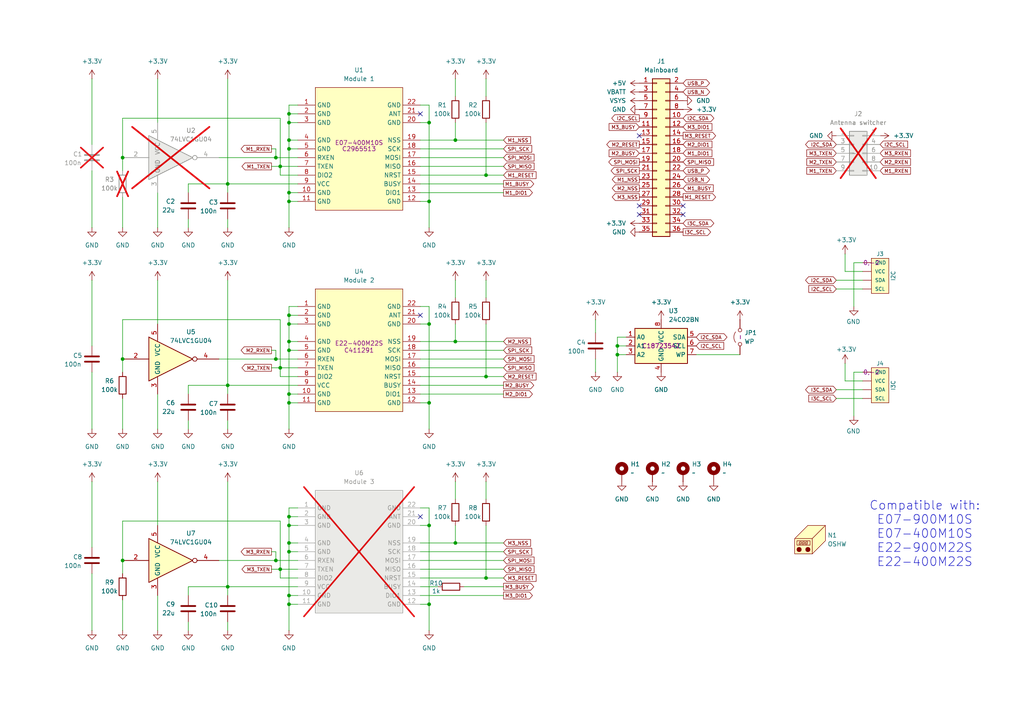
<source format=kicad_sch>
(kicad_sch (version 20250114) (generator "eeschema") (generator_version "9.0")
  (paper "A4")
  (title_block (title "Tanmatsu add-on: three EBYTE radio modules") (date "2025-05-16") (rev "0.1") (company "Nicolai Electronics"))
  (text "Compatible with:\nE07-900M10S\nE07-400M10S\nE22-900M22S\nE22-400M22S" (at 268.224 154.94 0) (effects (font (size 2.54 2.54))))
  (junction (at 124.46 93.98))
  (junction (at 83.82 114.3))
  (junction (at 83.82 58.42))
  (junction (at 81.28 106.68))
  (junction (at 83.82 160.02))
  (junction (at 83.82 35.56))
  (junction (at 140.97 167.64))
  (junction (at 83.82 172.72))
  (junction (at 83.82 55.88))
  (junction (at 83.82 116.84))
  (junction (at 80.01 104.14))
  (junction (at 140.97 109.22))
  (junction (at 83.82 93.98))
  (junction (at 66.04 53.34))
  (junction (at 83.82 101.6))
  (junction (at 132.08 99.06))
  (junction (at 81.28 165.1))
  (junction (at 35.56 162.56))
  (junction (at 83.82 91.44))
  (junction (at 83.82 149.86))
  (junction (at 83.82 40.64))
  (junction (at 66.04 111.76))
  (junction (at 66.04 170.18))
  (junction (at 83.82 152.4))
  (junction (at 80.01 45.72))
  (junction (at 132.08 157.48))
  (junction (at 80.01 162.56))
  (junction (at 83.82 99.06))
  (junction (at 124.46 58.42))
  (junction (at 132.08 40.64))
  (junction (at 124.46 35.56))
  (junction (at 83.82 175.26))
  (junction (at 83.82 43.18))
  (junction (at 124.46 175.26))
  (junction (at 179.07 100.33))
  (junction (at 124.46 116.84))
  (junction (at 124.46 152.4))
  (junction (at 35.56 104.14))
  (junction (at 140.97 50.8))
  (junction (at 83.82 157.48))
  (junction (at 35.56 45.72))
  (junction (at 179.07 102.87))
  (junction (at 83.82 33.02))
  (junction (at 81.28 48.26))
  (no_connect (at 121.92 91.44))
  (no_connect (at 185.42 59.69))
  (no_connect (at 121.92 149.86))
  (no_connect (at 198.12 62.23))
  (no_connect (at 185.42 62.23))
  (no_connect (at 185.42 39.37))
  (no_connect (at 121.92 33.02))
  (no_connect (at 198.12 59.69))
  (wire (pts (xy 66.04 81.28) (xy 66.04 111.76)))
  (wire (pts (xy 132.08 40.64) (xy 146.05 40.64)))
  (wire (pts (xy 121.92 35.56) (xy 124.46 35.56)))
  (wire (pts (xy 121.92 111.76) (xy 146.05 111.76)))
  (wire (pts (xy 66.04 66.04) (xy 66.04 63.5)))
  (wire (pts (xy 66.04 114.3) (xy 66.04 111.76)))
  (wire (pts (xy 247.65 107.95) (xy 247.65 120.65)))
  (wire (pts (xy 80.01 45.72) (xy 86.36 45.72)))
  (wire (pts (xy 83.82 172.72) (xy 86.36 172.72)))
  (wire (pts (xy 35.56 162.56) (xy 35.56 166.37)))
  (wire (pts (xy 245.11 73.66) (xy 245.11 78.74)))
  (wire (pts (xy 66.04 53.34) (xy 86.36 53.34)))
  (wire (pts (xy 179.07 100.33) (xy 179.07 97.79)))
  (wire (pts (xy 121.92 58.42) (xy 124.46 58.42)))
  (wire (pts (xy 121.92 99.06) (xy 132.08 99.06)))
  (wire (pts (xy 172.72 107.95) (xy 172.72 104.14)))
  (wire (pts (xy 83.82 58.42) (xy 83.82 66.04)))
  (wire (pts (xy 81.28 165.1) (xy 81.28 151.13)))
  (wire (pts (xy 83.82 35.56) (xy 83.82 40.64)))
  (wire (pts (xy 124.46 93.98) (xy 124.46 116.84)))
  (wire (pts (xy 83.82 149.86) (xy 86.36 149.86)))
  (wire (pts (xy 45.72 22.86) (xy 45.72 35.56)))
  (wire (pts (xy 132.08 157.48) (xy 146.05 157.48)))
  (wire (pts (xy 83.82 147.32) (xy 83.82 149.86)))
  (wire (pts (xy 146.05 170.18) (xy 134.62 170.18)))
  (wire (pts (xy 242.57 115.57) (xy 250.19 115.57)))
  (wire (pts (xy 83.82 43.18) (xy 86.36 43.18)))
  (wire (pts (xy 83.82 157.48) (xy 86.36 157.48)))
  (wire (pts (xy 78.74 160.02) (xy 80.01 160.02)))
  (wire (pts (xy 83.82 88.9) (xy 86.36 88.9)))
  (wire (pts (xy 26.67 81.28) (xy 26.67 100.33)))
  (wire (pts (xy 26.67 166.37) (xy 26.67 182.88)))
  (wire (pts (xy 179.07 102.87) (xy 179.07 100.33)))
  (wire (pts (xy 83.82 147.32) (xy 86.36 147.32)))
  (wire (pts (xy 121.92 160.02) (xy 146.05 160.02)))
  (wire (pts (xy 121.92 157.48) (xy 132.08 157.48)))
  (wire (pts (xy 121.92 88.9) (xy 124.46 88.9)))
  (wire (pts (xy 121.92 147.32) (xy 124.46 147.32)))
  (wire (pts (xy 81.28 106.68) (xy 81.28 92.71)))
  (wire (pts (xy 242.57 83.82) (xy 250.19 83.82)))
  (wire (pts (xy 83.82 99.06) (xy 83.82 101.6)))
  (wire (pts (xy 124.46 35.56) (xy 124.46 58.42)))
  (wire (pts (xy 26.67 107.95) (xy 26.67 124.46)))
  (wire (pts (xy 83.82 91.44) (xy 83.82 93.98)))
  (wire (pts (xy 66.04 170.18) (xy 86.36 170.18)))
  (wire (pts (xy 124.46 152.4) (xy 124.46 175.26)))
  (wire (pts (xy 81.28 167.64) (xy 86.36 167.64)))
  (wire (pts (xy 54.61 111.76) (xy 54.61 114.3)))
  (wire (pts (xy 81.28 48.26) (xy 81.28 50.8)))
  (wire (pts (xy 121.92 53.34) (xy 146.05 53.34)))
  (wire (pts (xy 250.19 76.2) (xy 247.65 76.2)))
  (wire (pts (xy 83.82 55.88) (xy 86.36 55.88)))
  (wire (pts (xy 250.19 107.95) (xy 247.65 107.95)))
  (wire (pts (xy 66.04 182.88) (xy 66.04 180.34)))
  (wire (pts (xy 35.56 104.14) (xy 35.56 107.95)))
  (wire (pts (xy 81.28 50.8) (xy 86.36 50.8)))
  (wire (pts (xy 81.28 109.22) (xy 86.36 109.22)))
  (wire (pts (xy 201.93 102.87) (xy 214.63 102.87)))
  (wire (pts (xy 121.92 93.98) (xy 124.46 93.98)))
  (wire (pts (xy 63.5 162.56) (xy 80.01 162.56)))
  (wire (pts (xy 78.74 101.6) (xy 80.01 101.6)))
  (wire (pts (xy 179.07 100.33) (xy 181.61 100.33)))
  (wire (pts (xy 124.46 58.42) (xy 124.46 66.04)))
  (wire (pts (xy 81.28 165.1) (xy 81.28 167.64)))
  (wire (pts (xy 124.46 30.48) (xy 124.46 35.56)))
  (wire (pts (xy 132.08 22.86) (xy 132.08 27.94)))
  (wire (pts (xy 81.28 106.68) (xy 86.36 106.68)))
  (wire (pts (xy 121.92 165.1) (xy 146.05 165.1)))
  (wire (pts (xy 78.74 48.26) (xy 81.28 48.26)))
  (wire (pts (xy 121.92 50.8) (xy 140.97 50.8)))
  (wire (pts (xy 132.08 139.7) (xy 132.08 144.78)))
  (wire (pts (xy 140.97 35.56) (xy 140.97 50.8)))
  (wire (pts (xy 132.08 81.28) (xy 132.08 86.36)))
  (wire (pts (xy 63.5 104.14) (xy 80.01 104.14)))
  (wire (pts (xy 81.28 106.68) (xy 81.28 109.22)))
  (wire (pts (xy 35.56 92.71) (xy 81.28 92.71)))
  (wire (pts (xy 66.04 22.86) (xy 66.04 53.34)))
  (wire (pts (xy 83.82 160.02) (xy 86.36 160.02)))
  (wire (pts (xy 80.01 101.6) (xy 80.01 104.14)))
  (wire (pts (xy 83.82 160.02) (xy 83.82 172.72)))
  (wire (pts (xy 140.97 139.7) (xy 140.97 144.78)))
  (wire (pts (xy 83.82 40.64) (xy 86.36 40.64)))
  (wire (pts (xy 140.97 22.86) (xy 140.97 27.94)))
  (wire (pts (xy 35.56 45.72) (xy 35.56 49.53)))
  (wire (pts (xy 124.46 175.26) (xy 124.46 182.88)))
  (wire (pts (xy 54.61 111.76) (xy 66.04 111.76)))
  (wire (pts (xy 83.82 114.3) (xy 86.36 114.3)))
  (wire (pts (xy 78.74 43.18) (xy 80.01 43.18)))
  (wire (pts (xy 83.82 116.84) (xy 83.82 124.46)))
  (wire (pts (xy 80.01 104.14) (xy 86.36 104.14)))
  (wire (pts (xy 83.82 35.56) (xy 86.36 35.56)))
  (wire (pts (xy 140.97 81.28) (xy 140.97 86.36)))
  (wire (pts (xy 54.61 170.18) (xy 66.04 170.18)))
  (wire (pts (xy 66.04 172.72) (xy 66.04 170.18)))
  (wire (pts (xy 54.61 53.34) (xy 54.61 55.88)))
  (wire (pts (xy 35.56 115.57) (xy 35.56 124.46)))
  (wire (pts (xy 121.92 45.72) (xy 146.05 45.72)))
  (wire (pts (xy 54.61 180.34) (xy 54.61 182.88)))
  (wire (pts (xy 26.67 49.53) (xy 26.67 66.04)))
  (wire (pts (xy 66.04 124.46) (xy 66.04 121.92)))
  (wire (pts (xy 83.82 40.64) (xy 83.82 43.18)))
  (wire (pts (xy 80.01 43.18) (xy 80.01 45.72)))
  (wire (pts (xy 83.82 175.26) (xy 83.82 182.88)))
  (wire (pts (xy 83.82 93.98) (xy 83.82 99.06)))
  (wire (pts (xy 121.92 101.6) (xy 146.05 101.6)))
  (wire (pts (xy 45.72 124.46) (xy 45.72 114.3)))
  (wire (pts (xy 140.97 93.98) (xy 140.97 109.22)))
  (wire (pts (xy 80.01 162.56) (xy 86.36 162.56)))
  (wire (pts (xy 132.08 35.56) (xy 132.08 40.64)))
  (wire (pts (xy 121.92 162.56) (xy 146.05 162.56)))
  (wire (pts (xy 247.65 76.2) (xy 247.65 88.9)))
  (wire (pts (xy 26.67 22.86) (xy 26.67 41.91)))
  (wire (pts (xy 81.28 48.26) (xy 86.36 48.26)))
  (wire (pts (xy 54.61 170.18) (xy 54.61 172.72)))
  (wire (pts (xy 121.92 40.64) (xy 132.08 40.64)))
  (wire (pts (xy 132.08 152.4) (xy 132.08 157.48)))
  (wire (pts (xy 83.82 114.3) (xy 83.82 116.84)))
  (wire (pts (xy 83.82 55.88) (xy 83.82 58.42)))
  (wire (pts (xy 35.56 151.13) (xy 35.56 162.56)))
  (wire (pts (xy 54.61 53.34) (xy 66.04 53.34)))
  (wire (pts (xy 66.04 111.76) (xy 86.36 111.76)))
  (wire (pts (xy 83.82 88.9) (xy 83.82 91.44)))
  (wire (pts (xy 54.61 63.5) (xy 54.61 66.04)))
  (wire (pts (xy 121.92 109.22) (xy 140.97 109.22)))
  (wire (pts (xy 124.46 88.9) (xy 124.46 93.98)))
  (wire (pts (xy 66.04 55.88) (xy 66.04 53.34)))
  (wire (pts (xy 66.04 139.7) (xy 66.04 170.18)))
  (wire (pts (xy 242.57 81.28) (xy 250.19 81.28)))
  (wire (pts (xy 35.56 34.29) (xy 35.56 45.72)))
  (wire (pts (xy 121.92 30.48) (xy 124.46 30.48)))
  (wire (pts (xy 121.92 48.26) (xy 146.05 48.26)))
  (wire (pts (xy 124.46 116.84) (xy 124.46 124.46)))
  (wire (pts (xy 63.5 45.72) (xy 80.01 45.72)))
  (wire (pts (xy 242.57 113.03) (xy 250.19 113.03)))
  (wire (pts (xy 83.82 152.4) (xy 86.36 152.4)))
  (wire (pts (xy 121.92 114.3) (xy 146.05 114.3)))
  (wire (pts (xy 121.92 55.88) (xy 146.05 55.88)))
  (wire (pts (xy 54.61 121.92) (xy 54.61 124.46)))
  (wire (pts (xy 121.92 152.4) (xy 124.46 152.4)))
  (wire (pts (xy 35.56 92.71) (xy 35.56 104.14)))
  (wire (pts (xy 78.74 165.1) (xy 81.28 165.1)))
  (wire (pts (xy 83.82 101.6) (xy 83.82 114.3)))
  (wire (pts (xy 121.92 167.64) (xy 140.97 167.64)))
  (wire (pts (xy 121.92 106.68) (xy 146.05 106.68)))
  (wire (pts (xy 35.56 173.99) (xy 35.56 182.88)))
  (wire (pts (xy 78.74 106.68) (xy 81.28 106.68)))
  (wire (pts (xy 140.97 109.22) (xy 146.05 109.22)))
  (wire (pts (xy 81.28 165.1) (xy 86.36 165.1)))
  (wire (pts (xy 132.08 93.98) (xy 132.08 99.06)))
  (wire (pts (xy 35.56 151.13) (xy 81.28 151.13)))
  (wire (pts (xy 179.07 102.87) (xy 181.61 102.87)))
  (wire (pts (xy 83.82 101.6) (xy 86.36 101.6)))
  (wire (pts (xy 245.11 105.41) (xy 245.11 110.49)))
  (wire (pts (xy 45.72 182.88) (xy 45.72 172.72)))
  (wire (pts (xy 35.56 57.15) (xy 35.56 66.04)))
  (wire (pts (xy 83.82 116.84) (xy 86.36 116.84)))
  (wire (pts (xy 83.82 33.02) (xy 83.82 35.56)))
  (wire (pts (xy 83.82 30.48) (xy 83.82 33.02)))
  (wire (pts (xy 83.82 58.42) (xy 86.36 58.42)))
  (wire (pts (xy 83.82 33.02) (xy 86.36 33.02)))
  (wire (pts (xy 121.92 116.84) (xy 124.46 116.84)))
  (wire (pts (xy 140.97 152.4) (xy 140.97 167.64)))
  (wire (pts (xy 80.01 160.02) (xy 80.01 162.56)))
  (wire (pts (xy 179.07 97.79) (xy 181.61 97.79)))
  (wire (pts (xy 83.82 172.72) (xy 83.82 175.26)))
  (wire (pts (xy 83.82 99.06) (xy 86.36 99.06)))
  (wire (pts (xy 83.82 149.86) (xy 83.82 152.4)))
  (wire (pts (xy 121.92 104.14) (xy 146.05 104.14)))
  (wire (pts (xy 83.82 175.26) (xy 86.36 175.26)))
  (wire (pts (xy 83.82 91.44) (xy 86.36 91.44)))
  (wire (pts (xy 250.19 110.49) (xy 245.11 110.49)))
  (wire (pts (xy 121.92 175.26) (xy 124.46 175.26)))
  (wire (pts (xy 35.56 34.29) (xy 81.28 34.29)))
  (wire (pts (xy 45.72 66.04) (xy 45.72 55.88)))
  (wire (pts (xy 250.19 78.74) (xy 245.11 78.74)))
  (wire (pts (xy 132.08 99.06) (xy 146.05 99.06)))
  (wire (pts (xy 121.92 43.18) (xy 146.05 43.18)))
  (wire (pts (xy 121.92 170.18) (xy 127 170.18)))
  (wire (pts (xy 83.82 93.98) (xy 86.36 93.98)))
  (wire (pts (xy 179.07 107.95) (xy 179.07 102.87)))
  (wire (pts (xy 81.28 48.26) (xy 81.28 34.29)))
  (wire (pts (xy 172.72 92.71) (xy 172.72 96.52)))
  (wire (pts (xy 45.72 139.7) (xy 45.72 152.4)))
  (wire (pts (xy 83.82 152.4) (xy 83.82 157.48)))
  (wire (pts (xy 45.72 81.28) (xy 45.72 93.98)))
  (wire (pts (xy 124.46 147.32) (xy 124.46 152.4)))
  (wire (pts (xy 121.92 172.72) (xy 146.05 172.72)))
  (wire (pts (xy 140.97 167.64) (xy 146.05 167.64)))
  (wire (pts (xy 83.82 43.18) (xy 83.82 55.88)))
  (wire (pts (xy 83.82 30.48) (xy 86.36 30.48)))
  (wire (pts (xy 83.82 157.48) (xy 83.82 160.02)))
  (wire (pts (xy 26.67 139.7) (xy 26.67 158.75)))
  (wire (pts (xy 140.97 50.8) (xy 146.05 50.8)))
  (global_label "M3_DIO1" (shape output) (at 146.05 172.72 0) (effects (font (size 1.016 1.016))) (property "Intersheetrefs" "${INTERSHEET_REFS}" (effects (hide yes))))
  (global_label "M2_RESET" (shape output) (at 185.42 41.91 180) (effects (font (size 1.016 1.016))) (property "Intersheetrefs" "${INTERSHEET_REFS}" (effects (hide yes))))
  (global_label "I2C_SCL" (shape input) (at 242.57 83.82 180) (effects (font (size 1.016 1.016))) (property "Intersheetrefs" "${INTERSHEET_REFS}" (effects (hide yes))))
  (global_label "USB_P" (shape bidirectional) (at 198.12 24.13 0) (effects (font (size 1.016 1.016))) (property "Intersheetrefs" "${INTERSHEET_REFS}" (effects (hide yes))))
  (global_label "M3_RESET" (shape input) (at 146.05 167.64 0) (effects (font (size 1.016 1.016))) (property "Intersheetrefs" "${INTERSHEET_REFS}" (effects (hide yes))))
  (global_label "USB_N" (shape bidirectional) (at 198.12 26.67 0) (effects (font (size 1.016 1.016))) (property "Intersheetrefs" "${INTERSHEET_REFS}" (effects (hide yes))))
  (global_label "M1_DIO1" (shape output) (at 146.05 55.88 0) (effects (font (size 1.016 1.016))) (property "Intersheetrefs" "${INTERSHEET_REFS}" (effects (hide yes))))
  (global_label "SPI_MOSI" (shape input) (at 146.05 45.72 0) (effects (font (size 1.016 1.016))) (property "Intersheetrefs" "${INTERSHEET_REFS}" (effects (hide yes))))
  (global_label "I3C_SCL" (shape output) (at 198.12 67.31 0) (effects (font (size 1.016 1.016))) (property "Intersheetrefs" "${INTERSHEET_REFS}" (effects (hide yes))))
  (global_label "M2_TXEN" (shape input) (at 242.57 46.99 180) (effects (font (size 1.016 1.016))) (property "Intersheetrefs" "${INTERSHEET_REFS}" (effects (hide yes))))
  (global_label "M1_RESET" (shape input) (at 146.05 50.8 0) (effects (font (size 1.016 1.016))) (property "Intersheetrefs" "${INTERSHEET_REFS}" (effects (hide yes))))
  (global_label "M2_DIO1" (shape input) (at 198.12 41.91 0) (effects (font (size 1.016 1.016))) (property "Intersheetrefs" "${INTERSHEET_REFS}" (effects (hide yes))))
  (global_label "SPI_MISO" (shape input) (at 146.05 106.68 0) (effects (font (size 1.016 1.016))) (property "Intersheetrefs" "${INTERSHEET_REFS}" (effects (hide yes))))
  (global_label "M2_BUSY" (shape output) (at 146.05 111.76 0) (effects (font (size 1.016 1.016))) (property "Intersheetrefs" "${INTERSHEET_REFS}" (effects (hide yes))))
  (global_label "I3C_SDA" (shape bidirectional) (at 242.57 113.03 180) (effects (font (size 1.016 1.016))) (property "Intersheetrefs" "${INTERSHEET_REFS}" (effects (hide yes))))
  (global_label "M3_NSS" (shape output) (at 185.42 57.15 180) (effects (font (size 1.016 1.016))) (property "Intersheetrefs" "${INTERSHEET_REFS}" (effects (hide yes))))
  (global_label "M1_DIO1" (shape input) (at 198.12 44.45 0) (effects (font (size 1.016 1.016))) (property "Intersheetrefs" "${INTERSHEET_REFS}" (effects (hide yes))))
  (global_label "M2_RXEN" (shape input) (at 255.27 46.99 0) (effects (font (size 1.016 1.016))) (property "Intersheetrefs" "${INTERSHEET_REFS}" (effects (hide yes))))
  (global_label "SPI_MISO" (shape input) (at 198.12 46.99 0) (effects (font (size 1.016 1.016))) (property "Intersheetrefs" "${INTERSHEET_REFS}" (effects (hide yes))))
  (global_label "M3_BUSY" (shape output) (at 146.05 170.18 0) (effects (font (size 1.016 1.016))) (property "Intersheetrefs" "${INTERSHEET_REFS}" (effects (hide yes))))
  (global_label "M3_TXEN" (shape input) (at 242.57 44.45 180) (effects (font (size 1.016 1.016))) (property "Intersheetrefs" "${INTERSHEET_REFS}" (effects (hide yes))))
  (global_label "I2C_SCL" (shape output) (at 185.42 34.29 180) (effects (font (size 1.016 1.016))) (property "Intersheetrefs" "${INTERSHEET_REFS}" (effects (hide yes))))
  (global_label "M2_NSS" (shape input) (at 146.05 99.06 0) (effects (font (size 1.016 1.016))) (property "Intersheetrefs" "${INTERSHEET_REFS}" (effects (hide yes))))
  (global_label "I2C_SCL" (shape input) (at 201.93 100.33 0) (effects (font (size 1.016 1.016))) (property "Intersheetrefs" "${INTERSHEET_REFS}" (effects (hide yes))))
  (global_label "M1_RESET" (shape output) (at 198.12 57.15 0) (effects (font (size 1.016 1.016))) (property "Intersheetrefs" "${INTERSHEET_REFS}" (effects (hide yes))))
  (global_label "I2C_SDA" (shape bidirectional) (at 198.12 34.29 0) (effects (font (size 1.016 1.016))) (property "Intersheetrefs" "${INTERSHEET_REFS}" (effects (hide yes))))
  (global_label "I2C_SCL" (shape input) (at 255.27 41.91 0) (effects (font (size 1.016 1.016))) (property "Intersheetrefs" "${INTERSHEET_REFS}" (effects (hide yes))))
  (global_label "M1_RXEN" (shape input) (at 255.27 49.53 0) (effects (font (size 1.016 1.016))) (property "Intersheetrefs" "${INTERSHEET_REFS}" (effects (hide yes))))
  (global_label "M1_TXEN" (shape output) (at 78.74 48.26 180) (effects (font (size 1.016 1.016))) (property "Intersheetrefs" "${INTERSHEET_REFS}" (effects (hide yes))))
  (global_label "USB_P" (shape bidirectional) (at 198.12 49.53 0) (effects (font (size 1.016 1.016))) (property "Intersheetrefs" "${INTERSHEET_REFS}" (effects (hide yes))))
  (global_label "M2_BUSY" (shape input) (at 185.42 44.45 180) (effects (font (size 1.016 1.016))) (property "Intersheetrefs" "${INTERSHEET_REFS}" (effects (hide yes))))
  (global_label "M3_NSS" (shape input) (at 146.05 157.48 0) (effects (font (size 1.016 1.016))) (property "Intersheetrefs" "${INTERSHEET_REFS}" (effects (hide yes))))
  (global_label "M3_DIO1" (shape input) (at 198.12 36.83 0) (effects (font (size 1.016 1.016))) (property "Intersheetrefs" "${INTERSHEET_REFS}" (effects (hide yes))))
  (global_label "USB_N" (shape bidirectional) (at 198.12 52.07 0) (effects (font (size 1.016 1.016))) (property "Intersheetrefs" "${INTERSHEET_REFS}" (effects (hide yes))))
  (global_label "SPI_SCK" (shape input) (at 146.05 43.18 0) (effects (font (size 1.016 1.016))) (property "Intersheetrefs" "${INTERSHEET_REFS}" (effects (hide yes))))
  (global_label "I2C_SDA" (shape bidirectional) (at 201.93 97.79 0) (effects (font (size 1.016 1.016))) (property "Intersheetrefs" "${INTERSHEET_REFS}" (effects (hide yes))))
  (global_label "M3_BUSY" (shape input) (at 185.42 36.83 180) (effects (font (size 1.016 1.016))) (property "Intersheetrefs" "${INTERSHEET_REFS}" (effects (hide yes))))
  (global_label "I2C_SDA" (shape bidirectional) (at 242.57 41.91 180) (effects (font (size 1.016 1.016))) (property "Intersheetrefs" "${INTERSHEET_REFS}" (effects (hide yes))))
  (global_label "M2_DIO1" (shape output) (at 146.05 114.3 0) (effects (font (size 1.016 1.016))) (property "Intersheetrefs" "${INTERSHEET_REFS}" (effects (hide yes))))
  (global_label "M3_RXEN" (shape input) (at 255.27 44.45 0) (effects (font (size 1.016 1.016))) (property "Intersheetrefs" "${INTERSHEET_REFS}" (effects (hide yes))))
  (global_label "M1_TXEN" (shape input) (at 242.57 49.53 180) (effects (font (size 1.016 1.016))) (property "Intersheetrefs" "${INTERSHEET_REFS}" (effects (hide yes))))
  (global_label "I3C_SCL" (shape input) (at 242.57 115.57 180) (effects (font (size 1.016 1.016))) (property "Intersheetrefs" "${INTERSHEET_REFS}" (effects (hide yes))))
  (global_label "M3_RXEN" (shape output) (at 78.74 160.02 180) (effects (font (size 1.016 1.016))) (property "Intersheetrefs" "${INTERSHEET_REFS}" (effects (hide yes))))
  (global_label "M2_RXEN" (shape output) (at 78.74 101.6 180) (effects (font (size 1.016 1.016))) (property "Intersheetrefs" "${INTERSHEET_REFS}" (effects (hide yes))))
  (global_label "M1_RXEN" (shape output) (at 78.74 43.18 180) (effects (font (size 1.016 1.016))) (property "Intersheetrefs" "${INTERSHEET_REFS}" (effects (hide yes))))
  (global_label "SPI_SCK" (shape input) (at 146.05 101.6 0) (effects (font (size 1.016 1.016))) (property "Intersheetrefs" "${INTERSHEET_REFS}" (effects (hide yes))))
  (global_label "M2_RESET" (shape input) (at 146.05 109.22 0) (effects (font (size 1.016 1.016))) (property "Intersheetrefs" "${INTERSHEET_REFS}" (effects (hide yes))))
  (global_label "SPI_MOSI" (shape input) (at 146.05 104.14 0) (effects (font (size 1.016 1.016))) (property "Intersheetrefs" "${INTERSHEET_REFS}" (effects (hide yes))))
  (global_label "M2_NSS" (shape output) (at 185.42 54.61 180) (effects (font (size 1.016 1.016))) (property "Intersheetrefs" "${INTERSHEET_REFS}" (effects (hide yes))))
  (global_label "SPI_SCK" (shape output) (at 185.42 49.53 180) (effects (font (size 1.016 1.016))) (property "Intersheetrefs" "${INTERSHEET_REFS}" (effects (hide yes))))
  (global_label "M1_BUSY" (shape output) (at 146.05 53.34 0) (effects (font (size 1.016 1.016))) (property "Intersheetrefs" "${INTERSHEET_REFS}" (effects (hide yes))))
  (global_label "SPI_MISO" (shape input) (at 146.05 165.1 0) (effects (font (size 1.016 1.016))) (property "Intersheetrefs" "${INTERSHEET_REFS}" (effects (hide yes))))
  (global_label "I3C_SDA" (shape bidirectional) (at 198.12 64.77 0) (effects (font (size 1.016 1.016))) (property "Intersheetrefs" "${INTERSHEET_REFS}" (effects (hide yes))))
  (global_label "SPI_MOSI" (shape output) (at 185.42 46.99 180) (effects (font (size 1.016 1.016))) (property "Intersheetrefs" "${INTERSHEET_REFS}" (effects (hide yes))))
  (global_label "M3_TXEN" (shape output) (at 78.74 165.1 180) (effects (font (size 1.016 1.016))) (property "Intersheetrefs" "${INTERSHEET_REFS}" (effects (hide yes))))
  (global_label "M1_NSS" (shape input) (at 146.05 40.64 0) (effects (font (size 1.016 1.016))) (property "Intersheetrefs" "${INTERSHEET_REFS}" (effects (hide yes))))
  (global_label "M3_RESET" (shape output) (at 198.12 39.37 0) (effects (font (size 1.016 1.016))) (property "Intersheetrefs" "${INTERSHEET_REFS}" (effects (hide yes))))
  (global_label "SPI_SCK" (shape input) (at 146.05 160.02 0) (effects (font (size 1.016 1.016))) (property "Intersheetrefs" "${INTERSHEET_REFS}" (effects (hide yes))))
  (global_label "SPI_MISO" (shape input) (at 146.05 48.26 0) (effects (font (size 1.016 1.016))) (property "Intersheetrefs" "${INTERSHEET_REFS}" (effects (hide yes))))
  (global_label "I2C_SDA" (shape bidirectional) (at 242.57 81.28 180) (effects (font (size 1.016 1.016))) (property "Intersheetrefs" "${INTERSHEET_REFS}" (effects (hide yes))))
  (global_label "M1_NSS" (shape output) (at 185.42 52.07 180) (effects (font (size 1.016 1.016))) (property "Intersheetrefs" "${INTERSHEET_REFS}" (effects (hide yes))))
  (global_label "SPI_MOSI" (shape input) (at 146.05 162.56 0) (effects (font (size 1.016 1.016))) (property "Intersheetrefs" "${INTERSHEET_REFS}" (effects (hide yes))))
  (global_label "M2_TXEN" (shape output) (at 78.74 106.68 180) (effects (font (size 1.016 1.016))) (property "Intersheetrefs" "${INTERSHEET_REFS}" (effects (hide yes))))
  (global_label "M1_BUSY" (shape input) (at 198.12 54.61 0) (effects (font (size 1.016 1.016))) (property "Intersheetrefs" "${INTERSHEET_REFS}" (effects (hide yes))))
  (symbol (lib_id "power:+3.3V") (at 66.04 139.7 0) (unit 1)
    (property "Reference" "#PWR047" (effects (hide yes)))
    (property "Value" "+3.3V" (at 66.04 134.62 0))
    (property "Description" "Power symbol creates a global label with name \"+3.3V\"" (effects (hide yes)))
  )
  (symbol (lib_id "power:GNDA") (at 26.67 124.46 0) (unit 1)
    (property "Reference" "#PWR037" (effects (hide yes)))
    (property "Value" "GND" (at 26.67 129.54 0))
    (property "Description" "Power symbol creates a global label with name \"GNDA\" , analog ground" (effects (hide yes)))
  )
  (symbol (lib_id "Device:C") (at 26.67 162.56 0) (mirror y) (unit 1)
    (property "Reference" "C8" (at 23.876 161.544 0) (effects (justify left)))
    (property "Value" "100n" (at 23.622 164.084 0) (effects (justify left)))
    (property "Footprint" "Capacitor_SMD:C_0402_1005Metric" (effects (hide yes)))
    (property "Datasheet" "https://datasheet.lcsc.com/lcsc/2304140030_Samsung-Electro-Mechanics-CL05B104KB54PNC_C307331.pdf" (effects (hide yes)))
    (property "LCSC" "C307331" (effects (hide yes)))
  )
  (symbol (lib_id "power:GNDA") (at 35.56 66.04 0) (unit 1)
    (property "Reference" "#PWR016" (effects (hide yes)))
    (property "Value" "GND" (at 35.56 71.12 0))
    (property "Description" "Power symbol creates a global label with name \"GNDA\" , analog ground" (effects (hide yes)))
  )
  (symbol (lib_id "power:+3.3V") (at 132.08 81.28 0) (unit 1)
    (property "Reference" "#PWR026" (effects (hide yes)))
    (property "Value" "+3.3V" (at 132.08 76.2 0))
    (property "Description" "Power symbol creates a global label with name \"+3.3V\"" (effects (hide yes)))
  )
  (symbol (lib_id "Device:C") (at 66.04 118.11 0) (mirror y) (unit 1)
    (property "Reference" "C7" (at 63.246 117.094 0) (effects (justify left)))
    (property "Value" "100n" (at 62.992 119.634 0) (effects (justify left)))
    (property "Footprint" "Capacitor_SMD:C_0402_1005Metric" (effects (hide yes)))
    (property "Datasheet" "https://datasheet.lcsc.com/lcsc/2304140030_Samsung-Electro-Mechanics-CL05B104KB54PNC_C307331.pdf" (effects (hide yes)))
    (property "LCSC" "C307331" (effects (hide yes)))
  )
  (symbol (lib_id "power:GNDA") (at 54.61 182.88 0) (unit 1)
    (property "Reference" "#PWR053" (effects (hide yes)))
    (property "Value" "GND" (at 54.61 187.96 0))
    (property "Description" "Power symbol creates a global label with name \"GNDA\" , analog ground" (effects (hide yes)))
  )
  (symbol (lib_id "power:GND") (at 185.42 67.31 270) (unit 1)
    (property "Reference" "#PWR022" (effects (hide yes)))
    (property "Value" "GND" (at 181.61 67.3099 90) (effects (justify right)))
    (property "Description" "Power symbol creates a global label with name \"GND\" , ground" (effects (hide yes)))
  )
  (symbol (lib_id "Connector_Generic:Conn_02x18_Odd_Even") (at 190.5 44.45 0) (unit 1)
    (property "Reference" "J1" (at 191.77 17.78 0))
    (property "Value" "Mainboard" (at 191.77 20.32 0))
    (property "Footprint" "Connector_PinHeader_2.54mm:PinHeader_2x18_P2.54mm_Vertical_SMD" (effects (hide yes)))
    (property "Datasheet" "https://jlcpcb.com/partdetail/HanboElectronic-HB_PH9254218PB2GOP/C6332243" (effects (hide yes)))
    (property "LCSC" "C6332243" (effects (hide yes)))
  )
  (symbol (lib_id "symbols:QWIIC_MCH") (at 252.73 107.95 180) (unit 1)
    (property "Reference" "J4" (at 255.27 105.41 0) (effects (font (size 1.143 1.143))))
    (property "Value" "I3C" (at 259.08 111.76 90) (effects (font (size 1.143 1.143))))
    (property "Footprint" "library:1X04_1MM_RA_GND" (effects (hide yes)))
    (property "Datasheet" "https://datasheet.lcsc.com/lcsc/1811151533_JST-Sales-America-SM04B-SRSS-TB-LF-SN_C160404.pdf" (effects (hide yes)))
    (property "LCSC" "C7433425" (effects (hide yes)))
    (property "FT Position Offset" "0,-2" (at 252.73 107.95 0))
  )
  (symbol (lib_id "power:+3.3V") (at 45.72 22.86 0) (unit 1)
    (property "Reference" "#PWR02" (effects (hide yes)))
    (property "Value" "+3.3V" (at 45.72 17.78 0))
    (property "Description" "Power symbol creates a global label with name \"+3.3V\"" (effects (hide yes)))
  )
  (symbol (lib_id "power:GND") (at 180.34 139.7 0) (unit 1)
    (property "Reference" "#PWR058" (effects (hide yes)))
    (property "Value" "GND" (at 180.34 144.78 0))
    (property "Description" "Power symbol creates a global label with name \"GND\" , ground" (effects (hide yes)))
  )
  (symbol (lib_id "symbols:R") (at 140.97 31.75 0) (mirror x) (unit 1)
    (property "Reference" "R2" (at 137.16 30.48 0))
    (property "Value" "100k" (at 137.16 33.02 0))
    (property "Footprint" "Resistor_SMD:R_0402_1005Metric" (effects (hide yes)))
    (property "Datasheet" "https://datasheet.lcsc.com/lcsc/2110260030_UNI-ROYAL-Uniroyal-Elec-0402WGF1003TCE_C25741.pdf" (effects (hide yes)))
    (property "LCSC" "C25741" (effects (hide yes)))
  )
  (symbol (lib_id "power:+3.3V") (at 66.04 81.28 0) (unit 1)
    (property "Reference" "#PWR025" (effects (hide yes)))
    (property "Value" "+3.3V" (at 66.04 76.2 0))
    (property "Description" "Power symbol creates a global label with name \"+3.3V\"" (effects (hide yes)))
  )
  (symbol (lib_id "power:+3.3V") (at 45.72 81.28 0) (unit 1)
    (property "Reference" "#PWR024" (effects (hide yes)))
    (property "Value" "+3.3V" (at 45.72 76.2 0))
    (property "Description" "Power symbol creates a global label with name \"+3.3V\"" (effects (hide yes)))
  )
  (symbol (lib_id "power:+3.3V") (at 132.08 22.86 0) (unit 1)
    (property "Reference" "#PWR04" (effects (hide yes)))
    (property "Value" "+3.3V" (at 132.08 17.78 0))
    (property "Description" "Power symbol creates a global label with name \"+3.3V\"" (effects (hide yes)))
  )
  (symbol (lib_id "power:GND") (at 124.46 182.88 0) (unit 1)
    (property "Reference" "#PWR056" (effects (hide yes)))
    (property "Value" "GND" (at 124.46 187.96 0))
    (property "Description" "Power symbol creates a global label with name \"GND\" , ground" (effects (hide yes)))
  )
  (symbol (lib_id "power:GNDA") (at 35.56 124.46 0) (unit 1)
    (property "Reference" "#PWR038" (effects (hide yes)))
    (property "Value" "GND" (at 35.56 129.54 0))
    (property "Description" "Power symbol creates a global label with name \"GNDA\" , analog ground" (effects (hide yes)))
  )
  (symbol (lib_id "Mechanical:Housing") (at 236.22 156.21 0) (unit 1) (in_bom no)
    (property "Reference" "N1" (at 240.03 155.2574 0) (effects (justify left)))
    (property "Value" "OSHW" (at 240.03 157.7974 0) (effects (justify left)))
    (property "Footprint" "Symbol:OSHW-Logo2_9.8x8mm_SilkScreen" (effects (hide yes)))
    (property "Description" "Housing" (effects (hide yes)))
  )
  (symbol (lib_id "power:+5V") (at 185.42 26.67 90) (unit 1)
    (property "Reference" "#PWR07" (effects (hide yes)))
    (property "Value" "VBATT" (at 181.61 26.6699 90) (effects (justify left)))
  )
  (symbol (lib_id "symbols:R") (at 132.08 31.75 0) (mirror x) (unit 1)
    (property "Reference" "R1" (at 128.27 30.48 0))
    (property "Value" "100k" (at 128.27 33.02 0))
    (property "Footprint" "Resistor_SMD:R_0402_1005Metric" (effects (hide yes)))
    (property "Datasheet" "https://datasheet.lcsc.com/lcsc/2110260030_UNI-ROYAL-Uniroyal-Elec-0402WGF1003TCE_C25741.pdf" (effects (hide yes)))
    (property "LCSC" "C25741" (effects (hide yes)))
  )
  (symbol (lib_id "power:+3.3V") (at 191.77 92.71 0) (unit 1)
    (property "Reference" "#PWR030" (effects (hide yes)))
    (property "Value" "+3.3V" (at 191.77 87.63 0))
    (property "Description" "Power symbol creates a global label with name \"+3.3V\"" (effects (hide yes)))
  )
  (symbol (lib_id "power:+3.3V") (at 45.72 139.7 0) (unit 1)
    (property "Reference" "#PWR046" (effects (hide yes)))
    (property "Value" "+3.3V" (at 45.72 134.62 0))
    (property "Description" "Power symbol creates a global label with name \"+3.3V\"" (effects (hide yes)))
  )
  (symbol (lib_id "symbols:R") (at 140.97 90.17 0) (mirror x) (unit 1)
    (property "Reference" "R5" (at 137.16 88.9 0))
    (property "Value" "100k" (at 137.16 91.44 0))
    (property "Footprint" "Resistor_SMD:R_0402_1005Metric" (effects (hide yes)))
    (property "Datasheet" "https://datasheet.lcsc.com/lcsc/2110260030_UNI-ROYAL-Uniroyal-Elec-0402WGF1003TCE_C25741.pdf" (effects (hide yes)))
    (property "LCSC" "C25741" (effects (hide yes)))
  )
  (symbol (lib_id "power:+3.3V") (at 140.97 22.86 0) (unit 1)
    (property "Reference" "#PWR05" (effects (hide yes)))
    (property "Value" "+3.3V" (at 140.97 17.78 0))
    (property "Description" "Power symbol creates a global label with name \"+3.3V\"" (effects (hide yes)))
  )
  (symbol (lib_id "Mechanical:MountingHole_Pad") (at 180.34 137.16 0) (unit 1) (in_bom no)
    (property "Reference" "H1" (at 182.88 134.6199 0) (effects (justify left)))
    (property "Value" "~" (at 182.88 137.1599 0) (effects (justify left)))
    (property "Footprint" "MountingHole:MountingHole_2.2mm_M2_Pad_Via" (effects (hide yes)))
    (property "Description" "Mounting Hole with connection" (effects (hide yes)))
  )
  (symbol (lib_id "74xGxx:74LVC1GU04") (at 50.8 162.56 0) (unit 1)
    (property "Reference" "U7" (at 55.372 154.686 0))
    (property "Value" "74LVC1GU04" (at 55.372 157.226 0))
    (property "Footprint" "Package_TO_SOT_SMD:SOT-353_SC-70-5" (effects (hide yes)))
    (property "Datasheet" "http://www.ti.com/lit/sg/scyt129e/scyt129e.pdf" (effects (hide yes)))
    (property "Description" "74LVC1G04, Single NOT Gate, Low-Voltage CMOS" (effects (hide yes)))
    (property "LCSC" "C485082" (effects (hide yes)))
  )
  (symbol (lib_id "power:+3.3V") (at 26.67 139.7 0) (unit 1)
    (property "Reference" "#PWR045" (effects (hide yes)))
    (property "Value" "+3.3V" (at 26.67 134.62 0))
    (property "Description" "Power symbol creates a global label with name \"+3.3V\"" (effects (hide yes)))
  )
  (symbol (lib_id "Mechanical:MountingHole_Pad") (at 198.12 137.16 0) (unit 1) (in_bom no)
    (property "Reference" "H3" (at 200.66 134.6199 0) (effects (justify left)))
    (property "Value" "~" (at 200.66 137.1599 0) (effects (justify left)))
    (property "Footprint" "MountingHole:MountingHole_2.2mm_M2_Pad_Via" (effects (hide yes)))
    (property "Description" "Mounting Hole with connection" (effects (hide yes)))
  )
  (symbol (lib_id "WIRELM-SMD_E22-900M22S:E22-900M22S") (at 104.14 43.18 180) (unit 1)
    (property "Reference" "U1" (at 104.14 20.32 0))
    (property "Value" "Module 1" (at 104.14 22.86 0))
    (property "Footprint" "library:WIRELM-SMD_E22-900M22S" (effects (hide yes)))
    (property "Description" "E07-400M10S" (at 104.14 41.402 0))
    (property "LCSC" "C2965513" (at 104.14 43.18 0))
  )
  (symbol (lib_id "Jumper:Jumper_2_Open") (at 214.63 97.79 90) (unit 1) (in_bom no)
    (property "Reference" "JP1" (at 215.9 96.5199 90) (effects (justify right)))
    (property "Value" "WP" (at 215.9 99.0599 90) (effects (justify right)))
    (property "Footprint" "Jumper:SolderJumper-2_P1.3mm_Open_TrianglePad1.0x1.5mm" (effects (hide yes)))
    (property "Datasheet" "-" (effects (hide yes)))
    (property "LCSC" "-" (at 214.63 97.79 0))
  )
  (symbol (lib_id "power:+5V") (at 185.42 29.21 90) (unit 1)
    (property "Reference" "#PWR08" (effects (hide yes)))
    (property "Value" "VSYS" (at 181.61 29.2099 90) (effects (justify left)))
  )
  (symbol (lib_id "power:GNDA") (at 26.67 182.88 0) (unit 1)
    (property "Reference" "#PWR050" (effects (hide yes)))
    (property "Value" "GND" (at 26.67 187.96 0))
    (property "Description" "Power symbol creates a global label with name \"GNDA\" , analog ground" (effects (hide yes)))
  )
  (symbol (lib_id "power:+3.3V") (at 214.63 92.71 0) (unit 1)
    (property "Reference" "#PWR031" (effects (hide yes)))
    (property "Value" "+3.3V" (at 214.63 87.63 0))
    (property "Description" "Power symbol creates a global label with name \"+3.3V\"" (effects (hide yes)))
  )
  (symbol (lib_id "symbols:R") (at 35.56 111.76 0) (mirror x) (unit 1)
    (property "Reference" "R6" (at 31.75 110.49 0))
    (property "Value" "100k" (at 31.75 113.03 0))
    (property "Footprint" "Resistor_SMD:R_0402_1005Metric" (effects (hide yes)))
    (property "Datasheet" "https://datasheet.lcsc.com/lcsc/2110260030_UNI-ROYAL-Uniroyal-Elec-0402WGF1003TCE_C25741.pdf" (effects (hide yes)))
    (property "LCSC" "C25741" (effects (hide yes)))
  )
  (symbol (lib_id "symbols:R") (at 130.81 170.18 90) (mirror x) (unit 1)
    (property "Reference" "R10" (at 126.492 169.164 90))
    (property "Value" "1k" (at 126.492 171.45 90))
    (property "Footprint" "Resistor_SMD:R_0402_1005Metric" (effects (hide yes)))
    (property "Datasheet" "https://www.lcsc.com/product-detail/Chip-Resistor-Surface-Mount_UNI-ROYAL-Uniroyal-Elec-0402WGF2201TCE_C25879.html" (effects (hide yes)))
    (property "LCSC" "C11702" (effects (hide yes)))
  )
  (symbol (lib_id "power:+3.3V") (at 26.67 81.28 0) (unit 1)
    (property "Reference" "#PWR023" (effects (hide yes)))
    (property "Value" "+3.3V" (at 26.67 76.2 0))
    (property "Description" "Power symbol creates a global label with name \"+3.3V\"" (effects (hide yes)))
  )
  (symbol (lib_id "Device:C") (at 54.61 176.53 0) (mirror y) (unit 1)
    (property "Reference" "C9" (at 50.8 175.2599 0) (effects (justify left)))
    (property "Value" "22u" (at 50.8 177.7999 0) (effects (justify left)))
    (property "Footprint" "Capacitor_SMD:C_0805_2012Metric" (effects (hide yes)))
    (property "Datasheet" "https://www.lcsc.com/product-detail/Multilayer-Ceramic-Capacitors-MLCC-SMD-SMT_Samsung-Electro-Mechanics-CL21A226MAYNNNE_C602037.html" (effects (hide yes)))
    (property "LCSC" "C602037" (effects (hide yes)))
  )
  (symbol (lib_id "power:+3.3V") (at 255.27 39.37 270) (unit 1)
    (property "Reference" "#PWR013" (effects (hide yes)))
    (property "Value" "+3.3V" (at 259.08 39.3699 90) (effects (justify left)))
    (property "Description" "Power symbol creates a global label with name \"+3.3V\"" (effects (hide yes)))
  )
  (symbol (lib_id "Device:C") (at 172.72 100.33 0) (mirror y) (unit 1)
    (property "Reference" "C4" (at 169.926 99.314 0) (effects (justify left)))
    (property "Value" "100n" (at 169.672 101.854 0) (effects (justify left)))
    (property "Footprint" "Capacitor_SMD:C_0402_1005Metric" (effects (hide yes)))
    (property "Datasheet" "https://datasheet.lcsc.com/lcsc/2304140030_Samsung-Electro-Mechanics-CL05B104KB54PNC_C307331.pdf" (effects (hide yes)))
    (property "LCSC" "C307331" (effects (hide yes)))
  )
  (symbol (lib_id "power:GNDA") (at 54.61 66.04 0) (unit 1)
    (property "Reference" "#PWR018" (effects (hide yes)))
    (property "Value" "GND" (at 54.61 71.12 0))
    (property "Description" "Power symbol creates a global label with name \"GNDA\" , analog ground" (effects (hide yes)))
  )
  (symbol (lib_id "power:GND") (at 83.82 182.88 0) (unit 1)
    (property "Reference" "#PWR055" (effects (hide yes)))
    (property "Value" "GND" (at 83.82 187.96 0))
    (property "Description" "Power symbol creates a global label with name \"GND\" , ground" (effects (hide yes)))
  )
  (symbol (lib_id "WIRELM-SMD_E22-900M22S:E22-900M22S") (at 104.14 160.02 180) (unit 1) (dnp yes)
    (property "Reference" "U6" (at 104.14 137.16 0))
    (property "Value" "Module 3" (at 104.14 139.7 0))
    (property "Footprint" "library:WIRELM-SMD_E22-900M22S" (effects (hide yes)))
    (property "LCSC" "-" (at 104.14 160.02 0))
  )
  (symbol (lib_id "power:GND") (at 198.12 139.7 0) (unit 1)
    (property "Reference" "#PWR059" (effects (hide yes)))
    (property "Value" "GND" (at 198.12 144.78 0))
    (property "Description" "Power symbol creates a global label with name \"GND\" , ground" (effects (hide yes)))
  )
  (symbol (lib_id "74xGxx:74LVC1GU04") (at 50.8 104.14 0) (unit 1)
    (property "Reference" "U5" (at 55.372 96.266 0))
    (property "Value" "74LVC1GU04" (at 55.372 98.806 0))
    (property "Footprint" "Package_TO_SOT_SMD:SOT-353_SC-70-5" (effects (hide yes)))
    (property "Datasheet" "http://www.ti.com/lit/sg/scyt129e/scyt129e.pdf" (effects (hide yes)))
    (property "Description" "74LVC1G04, Single NOT Gate, Low-Voltage CMOS" (effects (hide yes)))
    (property "LCSC" "C485082" (effects (hide yes)))
  )
  (symbol (lib_id "power:GND") (at 83.82 124.46 0) (unit 1)
    (property "Reference" "#PWR042" (effects (hide yes)))
    (property "Value" "GND" (at 83.82 129.54 0))
    (property "Description" "Power symbol creates a global label with name \"GND\" , ground" (effects (hide yes)))
  )
  (symbol (lib_id "power:+3.3V") (at 140.97 139.7 0) (unit 1)
    (property "Reference" "#PWR049" (effects (hide yes)))
    (property "Value" "+3.3V" (at 140.97 134.62 0))
    (property "Description" "Power symbol creates a global label with name \"+3.3V\"" (effects (hide yes)))
  )
  (symbol (lib_id "power:GND") (at 124.46 124.46 0) (unit 1)
    (property "Reference" "#PWR043" (effects (hide yes)))
    (property "Value" "GND" (at 124.46 129.54 0))
    (property "Description" "Power symbol creates a global label with name \"GND\" , ground" (effects (hide yes)))
  )
  (symbol (lib_id "Device:C") (at 26.67 104.14 0) (mirror y) (unit 1)
    (property "Reference" "C5" (at 23.876 103.124 0) (effects (justify left)))
    (property "Value" "100n" (at 23.622 105.664 0) (effects (justify left)))
    (property "Footprint" "Capacitor_SMD:C_0402_1005Metric" (effects (hide yes)))
    (property "Datasheet" "https://datasheet.lcsc.com/lcsc/2304140030_Samsung-Electro-Mechanics-CL05B104KB54PNC_C307331.pdf" (effects (hide yes)))
    (property "LCSC" "C307331" (effects (hide yes)))
  )
  (symbol (lib_id "Device:C") (at 26.67 45.72 0) (mirror y) (unit 1) (in_bom no) (dnp yes)
    (property "Reference" "C1" (at 23.876 44.704 0) (effects (justify left)))
    (property "Value" "100n" (at 23.622 47.244 0) (effects (justify left)))
    (property "Footprint" "Capacitor_SMD:C_0402_1005Metric" (effects (hide yes)))
    (property "Datasheet" "https://datasheet.lcsc.com/lcsc/2304140030_Samsung-Electro-Mechanics-CL05B104KB54PNC_C307331.pdf" (effects (hide yes)))
    (property "LCSC" "C307331" (effects (hide yes)))
  )
  (symbol (lib_id "power:GNDA") (at 172.72 107.95 0) (unit 1)
    (property "Reference" "#PWR033" (effects (hide yes)))
    (property "Value" "GND" (at 172.72 113.03 0))
    (property "Description" "Power symbol creates a global label with name \"GNDA\" , analog ground" (effects (hide yes)))
  )
  (symbol (lib_id "symbols:R") (at 35.56 53.34 0) (mirror x) (unit 1) (in_bom no) (dnp yes)
    (property "Reference" "R3" (at 31.75 52.07 0))
    (property "Value" "100k" (at 31.75 54.61 0))
    (property "Footprint" "Resistor_SMD:R_0402_1005Metric" (effects (hide yes)))
    (property "Datasheet" "https://datasheet.lcsc.com/lcsc/2110260030_UNI-ROYAL-Uniroyal-Elec-0402WGF1003TCE_C25741.pdf" (effects (hide yes)))
    (property "LCSC" "C25741" (effects (hide yes)))
  )
  (symbol (lib_id "power:GNDA") (at 26.67 66.04 0) (unit 1)
    (property "Reference" "#PWR015" (effects (hide yes)))
    (property "Value" "GND" (at 26.67 71.12 0))
    (property "Description" "Power symbol creates a global label with name \"GNDA\" , analog ground" (effects (hide yes)))
  )
  (symbol (lib_id "Device:C") (at 66.04 176.53 0) (mirror y) (unit 1)
    (property "Reference" "C10" (at 63.246 175.514 0) (effects (justify left)))
    (property "Value" "100n" (at 62.992 178.054 0) (effects (justify left)))
    (property "Footprint" "Capacitor_SMD:C_0402_1005Metric" (effects (hide yes)))
    (property "Datasheet" "https://datasheet.lcsc.com/lcsc/2304140030_Samsung-Electro-Mechanics-CL05B104KB54PNC_C307331.pdf" (effects (hide yes)))
    (property "LCSC" "C307331" (effects (hide yes)))
  )
  (symbol (lib_id "power:GNDA") (at 54.61 124.46 0) (unit 1)
    (property "Reference" "#PWR040" (effects (hide yes)))
    (property "Value" "GND" (at 54.61 129.54 0))
    (property "Description" "Power symbol creates a global label with name \"GNDA\" , analog ground" (effects (hide yes)))
  )
  (symbol (lib_id "power:+3.3V") (at 245.11 73.66 0) (mirror y) (unit 1)
    (property "Reference" "#PWR028" (effects (hide yes)))
    (property "Value" "+3.3V" (at 248.412 69.596 0) (effects (justify left)))
    (property "Description" "Power symbol creates a global label with name \"+3.3V\"" (effects (hide yes)))
  )
  (symbol (lib_id "power:GNDA") (at 66.04 124.46 0) (unit 1)
    (property "Reference" "#PWR041" (effects (hide yes)))
    (property "Value" "GND" (at 66.04 129.54 0))
    (property "Description" "Power symbol creates a global label with name \"GNDA\" , analog ground" (effects (hide yes)))
  )
  (symbol (lib_id "WIRELM-SMD_E22-900M22S:E22-900M22S") (at 104.14 101.6 180) (unit 1)
    (property "Reference" "U4" (at 104.14 78.74 0))
    (property "Value" "Module 2" (at 104.14 81.28 0))
    (property "Footprint" "library:WIRELM-SMD_E22-900M22S" (effects (hide yes)))
    (property "Description" "E22-400M22S" (at 104.14 99.568 0))
    (property "LCSC" "C411291" (at 104.14 101.6 0))
  )
  (symbol (lib_id "power:GND") (at 83.82 66.04 0) (unit 1)
    (property "Reference" "#PWR020" (effects (hide yes)))
    (property "Value" "GND" (at 83.82 71.12 0))
    (property "Description" "Power symbol creates a global label with name \"GND\" , ground" (effects (hide yes)))
  )
  (symbol (lib_id "power:+3.3V") (at 140.97 81.28 0) (unit 1)
    (property "Reference" "#PWR027" (effects (hide yes)))
    (property "Value" "+3.3V" (at 140.97 76.2 0))
    (property "Description" "Power symbol creates a global label with name \"+3.3V\"" (effects (hide yes)))
  )
  (symbol (lib_id "power:GND") (at 198.12 29.21 90) (unit 1)
    (property "Reference" "#PWR09" (effects (hide yes)))
    (property "Value" "GND" (at 201.93 29.2099 90) (effects (justify right)))
    (property "Description" "Power symbol creates a global label with name \"GND\" , ground" (effects (hide yes)))
  )
  (symbol (lib_id "power:GND") (at 179.07 107.95 0) (unit 1)
    (property "Reference" "#PWR034" (effects (hide yes)))
    (property "Value" "GND" (at 179.07 113.03 0))
    (property "Description" "Power symbol creates a global label with name \"GND\" , ground" (effects (hide yes)))
  )
  (symbol (lib_id "power:+3.3V") (at 185.42 64.77 90) (unit 1)
    (property "Reference" "#PWR014" (effects (hide yes)))
    (property "Value" "+3.3V" (at 181.61 64.7699 90) (effects (justify left)))
    (property "Description" "Power symbol creates a global label with name \"+3.3V\"" (effects (hide yes)))
  )
  (symbol (lib_id "symbols:R") (at 140.97 148.59 0) (mirror x) (unit 1)
    (property "Reference" "R8" (at 137.16 147.32 0))
    (property "Value" "100k" (at 137.16 149.86 0))
    (property "Footprint" "Resistor_SMD:R_0402_1005Metric" (effects (hide yes)))
    (property "Datasheet" "https://datasheet.lcsc.com/lcsc/2110260030_UNI-ROYAL-Uniroyal-Elec-0402WGF1003TCE_C25741.pdf" (effects (hide yes)))
    (property "LCSC" "C25741" (effects (hide yes)))
  )
  (symbol (lib_id "Device:C") (at 54.61 118.11 0) (mirror y) (unit 1)
    (property "Reference" "C6" (at 50.8 116.8399 0) (effects (justify left)))
    (property "Value" "22u" (at 50.8 119.3799 0) (effects (justify left)))
    (property "Footprint" "Capacitor_SMD:C_0805_2012Metric" (effects (hide yes)))
    (property "Datasheet" "https://www.lcsc.com/product-detail/Multilayer-Ceramic-Capacitors-MLCC-SMD-SMT_Samsung-Electro-Mechanics-CL21A226MAYNNNE_C602037.html" (effects (hide yes)))
    (property "LCSC" "C602037" (effects (hide yes)))
  )
  (symbol (lib_id "symbols:QWIIC_MCH") (at 252.73 76.2 180) (unit 1)
    (property "Reference" "J3" (at 255.27 73.66 0) (effects (font (size 1.143 1.143))))
    (property "Value" "I2C" (at 259.08 80.01 90) (effects (font (size 1.143 1.143))))
    (property "Footprint" "library:1X04_1MM_RA_GND" (effects (hide yes)))
    (property "Datasheet" "https://datasheet.lcsc.com/lcsc/1811151533_JST-Sales-America-SM04B-SRSS-TB-LF-SN_C160404.pdf" (effects (hide yes)))
    (property "LCSC" "C7433425" (effects (hide yes)))
    (property "FT Position Offset" "0,-2" (at 252.73 76.2 0))
  )
  (symbol (lib_id "power:+3.3V") (at 198.12 31.75 270) (unit 1)
    (property "Reference" "#PWR011" (effects (hide yes)))
    (property "Value" "+3.3V" (at 201.93 31.7499 90) (effects (justify left)))
    (property "Description" "Power symbol creates a global label with name \"+3.3V\"" (effects (hide yes)))
  )
  (symbol (lib_id "power:GNDA") (at 66.04 182.88 0) (unit 1)
    (property "Reference" "#PWR054" (effects (hide yes)))
    (property "Value" "GND" (at 66.04 187.96 0))
    (property "Description" "Power symbol creates a global label with name \"GNDA\" , analog ground" (effects (hide yes)))
  )
  (symbol (lib_id "power:GNDA") (at 45.72 66.04 0) (unit 1)
    (property "Reference" "#PWR017" (effects (hide yes)))
    (property "Value" "GND" (at 45.72 71.12 0))
    (property "Description" "Power symbol creates a global label with name \"GNDA\" , analog ground" (effects (hide yes)))
  )
  (symbol (lib_id "Mechanical:MountingHole_Pad") (at 189.23 137.16 0) (unit 1) (in_bom no)
    (property "Reference" "H2" (at 191.77 134.6199 0) (effects (justify left)))
    (property "Value" "~" (at 191.77 137.1599 0) (effects (justify left)))
    (property "Footprint" "MountingHole:MountingHole_2.2mm_M2_Pad_Via" (effects (hide yes)))
    (property "Description" "Mounting Hole with connection" (effects (hide yes)))
  )
  (symbol (lib_id "symbols:R") (at 132.08 148.59 0) (mirror x) (unit 1)
    (property "Reference" "R7" (at 128.27 147.32 0))
    (property "Value" "100k" (at 128.27 149.86 0))
    (property "Footprint" "Resistor_SMD:R_0402_1005Metric" (effects (hide yes)))
    (property "Datasheet" "https://datasheet.lcsc.com/lcsc/2110260030_UNI-ROYAL-Uniroyal-Elec-0402WGF1003TCE_C25741.pdf" (effects (hide yes)))
    (property "LCSC" "C25741" (effects (hide yes)))
  )
  (symbol (lib_id "power:+3.3V") (at 245.11 105.41 0) (mirror y) (unit 1)
    (property "Reference" "#PWR036" (effects (hide yes)))
    (property "Value" "+3.3V" (at 248.412 101.346 0) (effects (justify left)))
    (property "Description" "Power symbol creates a global label with name \"+3.3V\"" (effects (hide yes)))
  )
  (symbol (lib_id "Mechanical:MountingHole_Pad") (at 207.01 137.16 0) (unit 1) (in_bom no)
    (property "Reference" "H4" (at 209.55 134.6199 0) (effects (justify left)))
    (property "Value" "~" (at 209.55 137.1599 0) (effects (justify left)))
    (property "Footprint" "MountingHole:MountingHole_2.2mm_M2_Pad_Via" (effects (hide yes)))
    (property "Description" "Mounting Hole with connection" (effects (hide yes)))
  )
  (symbol (lib_id "power:GND") (at 189.23 139.7 0) (unit 1)
    (property "Reference" "#PWR057" (effects (hide yes)))
    (property "Value" "GND" (at 189.23 144.78 0))
    (property "Description" "Power symbol creates a global label with name \"GND\" , ground" (effects (hide yes)))
  )
  (symbol (lib_id "power:GNDA") (at 35.56 182.88 0) (unit 1)
    (property "Reference" "#PWR051" (effects (hide yes)))
    (property "Value" "GND" (at 35.56 187.96 0))
    (property "Description" "Power symbol creates a global label with name \"GNDA\" , analog ground" (effects (hide yes)))
  )
  (symbol (lib_id "power:GND") (at 124.46 66.04 0) (unit 1)
    (property "Reference" "#PWR021" (effects (hide yes)))
    (property "Value" "GND" (at 124.46 71.12 0))
    (property "Description" "Power symbol creates a global label with name \"GND\" , ground" (effects (hide yes)))
  )
  (symbol (lib_id "power:+5V") (at 185.42 24.13 90) (unit 1)
    (property "Reference" "#PWR06" (effects (hide yes)))
    (property "Value" "+5V" (at 181.61 24.1299 90) (effects (justify left)))
    (property "Description" "Power symbol creates a global label with name \"+5V\"" (effects (hide yes)))
  )
  (symbol (lib_id "Device:C") (at 66.04 59.69 0) (mirror y) (unit 1)
    (property "Reference" "C3" (at 63.246 58.674 0) (effects (justify left)))
    (property "Value" "100n" (at 62.992 61.214 0) (effects (justify left)))
    (property "Footprint" "Capacitor_SMD:C_0402_1005Metric" (effects (hide yes)))
    (property "Datasheet" "https://datasheet.lcsc.com/lcsc/2304140030_Samsung-Electro-Mechanics-CL05B104KB54PNC_C307331.pdf" (effects (hide yes)))
    (property "LCSC" "C307331" (effects (hide yes)))
  )
  (symbol (lib_id "Device:C") (at 54.61 59.69 0) (mirror y) (unit 1)
    (property "Reference" "C2" (at 50.8 58.4199 0) (effects (justify left)))
    (property "Value" "22u" (at 50.8 60.9599 0) (effects (justify left)))
    (property "Footprint" "Capacitor_SMD:C_0805_2012Metric" (effects (hide yes)))
    (property "Datasheet" "https://www.lcsc.com/product-detail/Multilayer-Ceramic-Capacitors-MLCC-SMD-SMT_Samsung-Electro-Mechanics-CL21A226MAYNNNE_C602037.html" (effects (hide yes)))
    (property "LCSC" "C602037" (effects (hide yes)))
  )
  (symbol (lib_id "power:GND") (at 191.77 107.95 0) (unit 1)
    (property "Reference" "#PWR035" (effects (hide yes)))
    (property "Value" "GND" (at 191.77 113.03 0))
    (property "Description" "Power symbol creates a global label with name \"GND\" , ground" (effects (hide yes)))
  )
  (symbol (lib_id "power:GNDA") (at 66.04 66.04 0) (unit 1)
    (property "Reference" "#PWR019" (effects (hide yes)))
    (property "Value" "GND" (at 66.04 71.12 0))
    (property "Description" "Power symbol creates a global label with name \"GNDA\" , analog ground" (effects (hide yes)))
  )
  (symbol (lib_id "Memory_EEPROM:AT24CS64-SSHM") (at 191.77 100.33 0) (unit 1)
    (property "Reference" "U3" (at 193.9133 90.17 0) (effects (justify left)))
    (property "Value" "24C02BN" (at 193.9133 92.71 0) (effects (justify left)))
    (property "Footprint" "Package_SO:SOP-8_3.9x4.9mm_P1.27mm" (effects (hide yes)))
    (property "Datasheet" "http://ww1.microchip.com/downloads/en/DeviceDoc/Atmel-8870-SEEPROM-AT24CS64-Datasheet.pdf" (effects (hide yes)))
    (property "Description" "I2C Serial EEPROM, 64Kb (8192x8) with Unique Serial Number, SO8" (effects (hide yes)))
    (property "LCSC" "C18723542" (at 191.77 100.33 0))
  )
  (symbol (lib_id "power:GNDA") (at 45.72 124.46 0) (unit 1)
    (property "Reference" "#PWR039" (effects (hide yes)))
    (property "Value" "GND" (at 45.72 129.54 0))
    (property "Description" "Power symbol creates a global label with name \"GNDA\" , analog ground" (effects (hide yes)))
  )
  (symbol (lib_id "74xGxx:74LVC1GU04") (at 50.8 45.72 0) (unit 1) (in_bom no) (dnp yes)
    (property "Reference" "U2" (at 55.372 37.846 0))
    (property "Value" "74LVC1GU04" (at 55.372 40.386 0))
    (property "Footprint" "Package_TO_SOT_SMD:SOT-353_SC-70-5" (effects (hide yes)))
    (property "Datasheet" "http://www.ti.com/lit/sg/scyt129e/scyt129e.pdf" (effects (hide yes)))
    (property "Description" "74LVC1G04, Single NOT Gate, Low-Voltage CMOS" (effects (hide yes)))
    (property "LCSC" "C485082" (effects (hide yes)))
  )
  (symbol (lib_id "symbols:R") (at 132.08 90.17 0) (mirror x) (unit 1)
    (property "Reference" "R4" (at 128.27 88.9 0))
    (property "Value" "100k" (at 128.27 91.44 0))
    (property "Footprint" "Resistor_SMD:R_0402_1005Metric" (effects (hide yes)))
    (property "Datasheet" "https://datasheet.lcsc.com/lcsc/2110260030_UNI-ROYAL-Uniroyal-Elec-0402WGF1003TCE_C25741.pdf" (effects (hide yes)))
    (property "LCSC" "C25741" (effects (hide yes)))
  )
  (symbol (lib_id "power:+3.3V") (at 132.08 139.7 0) (unit 1)
    (property "Reference" "#PWR048" (effects (hide yes)))
    (property "Value" "+3.3V" (at 132.08 134.62 0))
    (property "Description" "Power symbol creates a global label with name \"+3.3V\"" (effects (hide yes)))
  )
  (symbol (lib_id "symbols2:GND") (at 247.65 88.9 0) (mirror y) (unit 1)
    (property "Reference" "#PWR032" (effects (hide yes)))
    (property "Value" "GND" (at 247.523 93.2942 0))
    (property "Description" "Power symbol creates a global label with name \"GND\" , ground" (effects (hide yes)))
  )
  (symbol (lib_id "power:GND") (at 207.01 139.7 0) (unit 1)
    (property "Reference" "#PWR060" (effects (hide yes)))
    (property "Value" "GND" (at 207.01 144.78 0))
    (property "Description" "Power symbol creates a global label with name \"GND\" , ground" (effects (hide yes)))
  )
  (symbol (lib_id "symbols:R") (at 35.56 170.18 0) (mirror x) (unit 1)
    (property "Reference" "R9" (at 31.75 168.91 0))
    (property "Value" "100k" (at 31.75 171.45 0))
    (property "Footprint" "Resistor_SMD:R_0402_1005Metric" (effects (hide yes)))
    (property "Datasheet" "https://datasheet.lcsc.com/lcsc/2110260030_UNI-ROYAL-Uniroyal-Elec-0402WGF1003TCE_C25741.pdf" (effects (hide yes)))
    (property "LCSC" "C25741" (effects (hide yes)))
  )
  (symbol (lib_id "Connector_Generic:Conn_02x05_Odd_Even") (at 247.65 44.45 0) (unit 1) (dnp yes)
    (property "Reference" "J2" (at 248.92 33.02 0))
    (property "Value" "Antenna switcher" (at 248.92 35.56 0))
    (property "Footprint" "Connector_PinHeader_2.54mm:PinHeader_2x05_P2.54mm_Vertical" (effects (hide yes)))
    (property "Datasheet" "-" (effects (hide yes)))
    (property "Description" "Generic connector, double row, 02x05, odd/even pin numbering scheme (row 1 odd numbers, row 2 even numbers), script generated (kicad-library-utils/schlib/autogen/connector/)" (effects (hide yes)))
    (property "LCSC" "-" (at 247.65 44.45 0))
  )
  (symbol (lib_id "power:+3.3V") (at 66.04 22.86 0) (unit 1)
    (property "Reference" "#PWR03" (effects (hide yes)))
    (property "Value" "+3.3V" (at 66.04 17.78 0))
    (property "Description" "Power symbol creates a global label with name \"+3.3V\"" (effects (hide yes)))
  )
  (symbol (lib_id "power:GNDA") (at 45.72 182.88 0) (unit 1)
    (property "Reference" "#PWR052" (effects (hide yes)))
    (property "Value" "GND" (at 45.72 187.96 0))
    (property "Description" "Power symbol creates a global label with name \"GNDA\" , analog ground" (effects (hide yes)))
  )
  (symbol (lib_id "power:GND") (at 185.42 31.75 270) (unit 1)
    (property "Reference" "#PWR010" (effects (hide yes)))
    (property "Value" "GND" (at 181.61 31.7499 90) (effects (justify right)))
    (property "Description" "Power symbol creates a global label with name \"GND\" , ground" (effects (hide yes)))
  )
  (symbol (lib_id "power:+3.3V") (at 172.72 92.71 0) (unit 1)
    (property "Reference" "#PWR029" (effects (hide yes)))
    (property "Value" "+3.3V" (at 172.72 87.63 0))
    (property "Description" "Power symbol creates a global label with name \"+3.3V\"" (effects (hide yes)))
  )
  (symbol (lib_id "power:GND") (at 242.57 39.37 270) (unit 1)
    (property "Reference" "#PWR012" (effects (hide yes)))
    (property "Value" "GND" (at 238.76 39.3699 90) (effects (justify right)))
    (property "Description" "Power symbol creates a global label with name \"GND\" , ground" (effects (hide yes)))
  )
  (symbol (lib_id "power:+3.3V") (at 26.67 22.86 0) (unit 1)
    (property "Reference" "#PWR01" (effects (hide yes)))
    (property "Value" "+3.3V" (at 26.67 17.78 0))
    (property "Description" "Power symbol creates a global label with name \"+3.3V\"" (effects (hide yes)))
  )
  (symbol (lib_id "symbols2:GND") (at 247.65 120.65 0) (mirror y) (unit 1)
    (property "Reference" "#PWR044" (effects (hide yes)))
    (property "Value" "GND" (at 247.523 125.0442 0))
    (property "Description" "Power symbol creates a global label with name \"GND\" , ground" (effects (hide yes)))
  )
)
</source>
